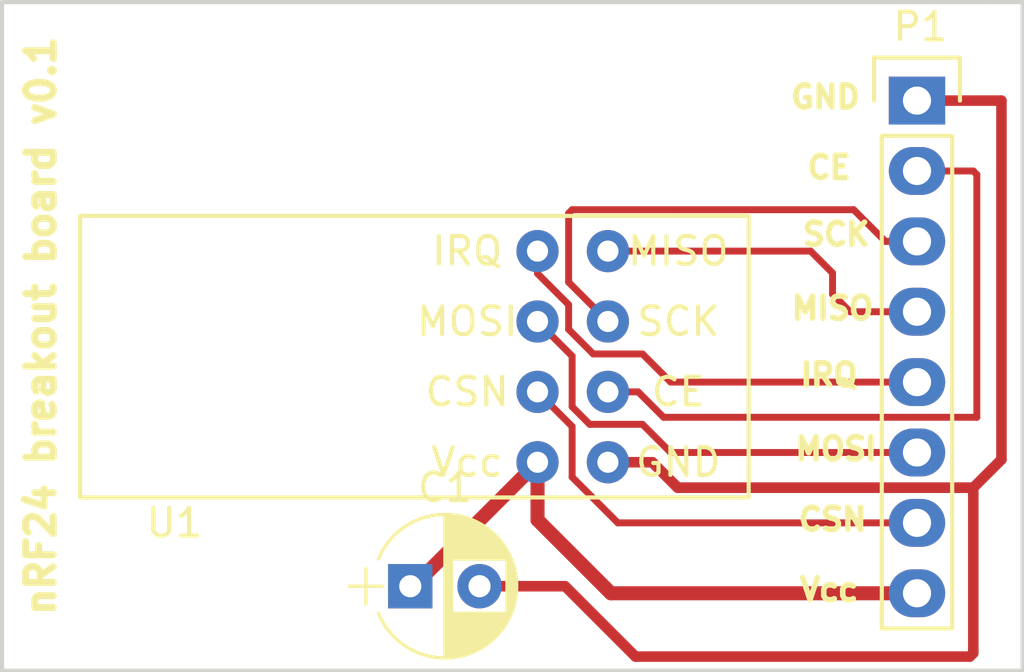
<source format=kicad_pcb>
(kicad_pcb (version 20160815) (host pcbnew "(2017-01-24 revision 0b6147e)-makepkg")

  (general
    (links 10)
    (no_connects 0)
    (area 121.844999 71.044999 158.825001 95.325001)
    (thickness 1.6)
    (drawings 14)
    (tracks 52)
    (zones 0)
    (modules 3)
    (nets 9)
  )

  (page A4)
  (title_block
    (title "nRF24 breakout")
    (date 2017-01-26)
    (rev 0.01)
    (company "Amitesh Singh")
    (comment 1 "breakout pcb")
  )

  (layers
    (0 F.Cu signal)
    (31 B.Cu signal)
    (32 B.Adhes user)
    (33 F.Adhes user)
    (34 B.Paste user)
    (35 F.Paste user)
    (36 B.SilkS user)
    (37 F.SilkS user)
    (38 B.Mask user)
    (39 F.Mask user)
    (40 Dwgs.User user)
    (41 Cmts.User user)
    (42 Eco1.User user)
    (43 Eco2.User user)
    (44 Edge.Cuts user)
    (45 Margin user)
    (46 B.CrtYd user)
    (47 F.CrtYd user)
    (48 B.Fab user)
    (49 F.Fab user)
  )

  (setup
    (last_trace_width 0.25)
    (user_trace_width 0.1524)
    (user_trace_width 0.254)
    (user_trace_width 0.381)
    (user_trace_width 0.508)
    (user_trace_width 0.8128)
    (trace_clearance 0.2)
    (zone_clearance 0.508)
    (zone_45_only no)
    (trace_min 0.1524)
    (segment_width 0.2)
    (edge_width 0.15)
    (via_size 0.8)
    (via_drill 0.4)
    (via_min_size 0.4)
    (via_min_drill 0.3)
    (user_via 0.4826 0.3302)
    (user_via 0.5 0.4)
    (user_via 1.905 0.3)
    (uvia_size 0.3)
    (uvia_drill 0.1)
    (uvias_allowed yes)
    (uvia_min_size 0.2)
    (uvia_min_drill 0.1)
    (pcb_text_width 0.3)
    (pcb_text_size 1.5 1.5)
    (mod_edge_width 0.15)
    (mod_text_size 1 1)
    (mod_text_width 0.15)
    (pad_size 1.524 1.524)
    (pad_drill 0.762)
    (pad_to_mask_clearance 0.2)
    (aux_axis_origin 0 0)
    (visible_elements 7FFFFFFF)
    (pcbplotparams
      (layerselection 0x00030_ffffffff)
      (usegerberextensions false)
      (excludeedgelayer true)
      (linewidth 0.100000)
      (plotframeref false)
      (viasonmask false)
      (mode 1)
      (useauxorigin false)
      (hpglpennumber 1)
      (hpglpenspeed 20)
      (hpglpendiameter 15)
      (psnegative false)
      (psa4output false)
      (plotreference true)
      (plotvalue true)
      (plotinvisibletext false)
      (padsonsilk false)
      (subtractmaskfromsilk false)
      (outputformat 1)
      (mirror false)
      (drillshape 1)
      (scaleselection 1)
      (outputdirectory ""))
  )

  (net 0 "")
  (net 1 "Net-(P1-Pad7)")
  (net 2 "Net-(P1-Pad6)")
  (net 3 "Net-(P1-Pad5)")
  (net 4 "Net-(P1-Pad4)")
  (net 5 "Net-(P1-Pad3)")
  (net 6 "Net-(P1-Pad2)")
  (net 7 "Net-(C1-Pad2)")
  (net 8 "Net-(C1-Pad1)")

  (net_class Default "This is the default net class."
    (clearance 0.2)
    (trace_width 0.25)
    (via_dia 0.8)
    (via_drill 0.4)
    (uvia_dia 0.3)
    (uvia_drill 0.1)
    (add_net "Net-(C1-Pad1)")
    (add_net "Net-(C1-Pad2)")
    (add_net "Net-(P1-Pad2)")
    (add_net "Net-(P1-Pad3)")
    (add_net "Net-(P1-Pad4)")
    (add_net "Net-(P1-Pad5)")
    (add_net "Net-(P1-Pad6)")
    (add_net "Net-(P1-Pad7)")
  )

  (module Capacitors_ThroughHole:CP_Radial_D5.0mm_P2.50mm (layer F.Cu) (tedit 5889A7B9) (tstamp 5889A3ED)
    (at 136.652 92.202)
    (descr "CP, Radial series, Radial, pin pitch=2.50mm, , diameter=5mm, Electrolytic Capacitor")
    (tags "CP Radial series Radial pin pitch 2.50mm  diameter 5mm Electrolytic Capacitor")
    (path /5889A11D)
    (fp_text reference C1 (at 1.25 -3.56) (layer F.SilkS)
      (effects (font (size 1 1) (thickness 0.15)))
    )
    (fp_text value 10uF (at -2.032 -2.54) (layer F.Fab)
      (effects (font (size 1 1) (thickness 0.15)))
    )
    (fp_arc (start 1.25 0) (end -1.147436 -0.98) (angle 135.5) (layer F.SilkS) (width 0.12))
    (fp_arc (start 1.25 0) (end -1.147436 0.98) (angle -135.5) (layer F.SilkS) (width 0.12))
    (fp_arc (start 1.25 0) (end 3.647436 -0.98) (angle 44.5) (layer F.SilkS) (width 0.12))
    (fp_circle (center 1.25 0) (end 3.75 0) (layer F.Fab) (width 0.1))
    (fp_line (start -2.2 0) (end -1 0) (layer F.Fab) (width 0.1))
    (fp_line (start -1.6 -0.65) (end -1.6 0.65) (layer F.Fab) (width 0.1))
    (fp_line (start 1.25 -2.55) (end 1.25 2.55) (layer F.SilkS) (width 0.12))
    (fp_line (start 1.29 -2.55) (end 1.29 2.55) (layer F.SilkS) (width 0.12))
    (fp_line (start 1.33 -2.549) (end 1.33 2.549) (layer F.SilkS) (width 0.12))
    (fp_line (start 1.37 -2.548) (end 1.37 2.548) (layer F.SilkS) (width 0.12))
    (fp_line (start 1.41 -2.546) (end 1.41 2.546) (layer F.SilkS) (width 0.12))
    (fp_line (start 1.45 -2.543) (end 1.45 2.543) (layer F.SilkS) (width 0.12))
    (fp_line (start 1.49 -2.539) (end 1.49 2.539) (layer F.SilkS) (width 0.12))
    (fp_line (start 1.53 -2.535) (end 1.53 -0.98) (layer F.SilkS) (width 0.12))
    (fp_line (start 1.53 0.98) (end 1.53 2.535) (layer F.SilkS) (width 0.12))
    (fp_line (start 1.57 -2.531) (end 1.57 -0.98) (layer F.SilkS) (width 0.12))
    (fp_line (start 1.57 0.98) (end 1.57 2.531) (layer F.SilkS) (width 0.12))
    (fp_line (start 1.61 -2.525) (end 1.61 -0.98) (layer F.SilkS) (width 0.12))
    (fp_line (start 1.61 0.98) (end 1.61 2.525) (layer F.SilkS) (width 0.12))
    (fp_line (start 1.65 -2.519) (end 1.65 -0.98) (layer F.SilkS) (width 0.12))
    (fp_line (start 1.65 0.98) (end 1.65 2.519) (layer F.SilkS) (width 0.12))
    (fp_line (start 1.69 -2.513) (end 1.69 -0.98) (layer F.SilkS) (width 0.12))
    (fp_line (start 1.69 0.98) (end 1.69 2.513) (layer F.SilkS) (width 0.12))
    (fp_line (start 1.73 -2.506) (end 1.73 -0.98) (layer F.SilkS) (width 0.12))
    (fp_line (start 1.73 0.98) (end 1.73 2.506) (layer F.SilkS) (width 0.12))
    (fp_line (start 1.77 -2.498) (end 1.77 -0.98) (layer F.SilkS) (width 0.12))
    (fp_line (start 1.77 0.98) (end 1.77 2.498) (layer F.SilkS) (width 0.12))
    (fp_line (start 1.81 -2.489) (end 1.81 -0.98) (layer F.SilkS) (width 0.12))
    (fp_line (start 1.81 0.98) (end 1.81 2.489) (layer F.SilkS) (width 0.12))
    (fp_line (start 1.85 -2.48) (end 1.85 -0.98) (layer F.SilkS) (width 0.12))
    (fp_line (start 1.85 0.98) (end 1.85 2.48) (layer F.SilkS) (width 0.12))
    (fp_line (start 1.89 -2.47) (end 1.89 -0.98) (layer F.SilkS) (width 0.12))
    (fp_line (start 1.89 0.98) (end 1.89 2.47) (layer F.SilkS) (width 0.12))
    (fp_line (start 1.93 -2.46) (end 1.93 -0.98) (layer F.SilkS) (width 0.12))
    (fp_line (start 1.93 0.98) (end 1.93 2.46) (layer F.SilkS) (width 0.12))
    (fp_line (start 1.971 -2.448) (end 1.971 -0.98) (layer F.SilkS) (width 0.12))
    (fp_line (start 1.971 0.98) (end 1.971 2.448) (layer F.SilkS) (width 0.12))
    (fp_line (start 2.011 -2.436) (end 2.011 -0.98) (layer F.SilkS) (width 0.12))
    (fp_line (start 2.011 0.98) (end 2.011 2.436) (layer F.SilkS) (width 0.12))
    (fp_line (start 2.051 -2.424) (end 2.051 -0.98) (layer F.SilkS) (width 0.12))
    (fp_line (start 2.051 0.98) (end 2.051 2.424) (layer F.SilkS) (width 0.12))
    (fp_line (start 2.091 -2.41) (end 2.091 -0.98) (layer F.SilkS) (width 0.12))
    (fp_line (start 2.091 0.98) (end 2.091 2.41) (layer F.SilkS) (width 0.12))
    (fp_line (start 2.131 -2.396) (end 2.131 -0.98) (layer F.SilkS) (width 0.12))
    (fp_line (start 2.131 0.98) (end 2.131 2.396) (layer F.SilkS) (width 0.12))
    (fp_line (start 2.171 -2.382) (end 2.171 -0.98) (layer F.SilkS) (width 0.12))
    (fp_line (start 2.171 0.98) (end 2.171 2.382) (layer F.SilkS) (width 0.12))
    (fp_line (start 2.211 -2.366) (end 2.211 -0.98) (layer F.SilkS) (width 0.12))
    (fp_line (start 2.211 0.98) (end 2.211 2.366) (layer F.SilkS) (width 0.12))
    (fp_line (start 2.251 -2.35) (end 2.251 -0.98) (layer F.SilkS) (width 0.12))
    (fp_line (start 2.251 0.98) (end 2.251 2.35) (layer F.SilkS) (width 0.12))
    (fp_line (start 2.291 -2.333) (end 2.291 -0.98) (layer F.SilkS) (width 0.12))
    (fp_line (start 2.291 0.98) (end 2.291 2.333) (layer F.SilkS) (width 0.12))
    (fp_line (start 2.331 -2.315) (end 2.331 -0.98) (layer F.SilkS) (width 0.12))
    (fp_line (start 2.331 0.98) (end 2.331 2.315) (layer F.SilkS) (width 0.12))
    (fp_line (start 2.371 -2.296) (end 2.371 -0.98) (layer F.SilkS) (width 0.12))
    (fp_line (start 2.371 0.98) (end 2.371 2.296) (layer F.SilkS) (width 0.12))
    (fp_line (start 2.411 -2.276) (end 2.411 -0.98) (layer F.SilkS) (width 0.12))
    (fp_line (start 2.411 0.98) (end 2.411 2.276) (layer F.SilkS) (width 0.12))
    (fp_line (start 2.451 -2.256) (end 2.451 -0.98) (layer F.SilkS) (width 0.12))
    (fp_line (start 2.451 0.98) (end 2.451 2.256) (layer F.SilkS) (width 0.12))
    (fp_line (start 2.491 -2.234) (end 2.491 -0.98) (layer F.SilkS) (width 0.12))
    (fp_line (start 2.491 0.98) (end 2.491 2.234) (layer F.SilkS) (width 0.12))
    (fp_line (start 2.531 -2.212) (end 2.531 -0.98) (layer F.SilkS) (width 0.12))
    (fp_line (start 2.531 0.98) (end 2.531 2.212) (layer F.SilkS) (width 0.12))
    (fp_line (start 2.571 -2.189) (end 2.571 -0.98) (layer F.SilkS) (width 0.12))
    (fp_line (start 2.571 0.98) (end 2.571 2.189) (layer F.SilkS) (width 0.12))
    (fp_line (start 2.611 -2.165) (end 2.611 -0.98) (layer F.SilkS) (width 0.12))
    (fp_line (start 2.611 0.98) (end 2.611 2.165) (layer F.SilkS) (width 0.12))
    (fp_line (start 2.651 -2.14) (end 2.651 -0.98) (layer F.SilkS) (width 0.12))
    (fp_line (start 2.651 0.98) (end 2.651 2.14) (layer F.SilkS) (width 0.12))
    (fp_line (start 2.691 -2.113) (end 2.691 -0.98) (layer F.SilkS) (width 0.12))
    (fp_line (start 2.691 0.98) (end 2.691 2.113) (layer F.SilkS) (width 0.12))
    (fp_line (start 2.731 -2.086) (end 2.731 -0.98) (layer F.SilkS) (width 0.12))
    (fp_line (start 2.731 0.98) (end 2.731 2.086) (layer F.SilkS) (width 0.12))
    (fp_line (start 2.771 -2.058) (end 2.771 -0.98) (layer F.SilkS) (width 0.12))
    (fp_line (start 2.771 0.98) (end 2.771 2.058) (layer F.SilkS) (width 0.12))
    (fp_line (start 2.811 -2.028) (end 2.811 -0.98) (layer F.SilkS) (width 0.12))
    (fp_line (start 2.811 0.98) (end 2.811 2.028) (layer F.SilkS) (width 0.12))
    (fp_line (start 2.851 -1.997) (end 2.851 -0.98) (layer F.SilkS) (width 0.12))
    (fp_line (start 2.851 0.98) (end 2.851 1.997) (layer F.SilkS) (width 0.12))
    (fp_line (start 2.891 -1.965) (end 2.891 -0.98) (layer F.SilkS) (width 0.12))
    (fp_line (start 2.891 0.98) (end 2.891 1.965) (layer F.SilkS) (width 0.12))
    (fp_line (start 2.931 -1.932) (end 2.931 -0.98) (layer F.SilkS) (width 0.12))
    (fp_line (start 2.931 0.98) (end 2.931 1.932) (layer F.SilkS) (width 0.12))
    (fp_line (start 2.971 -1.897) (end 2.971 -0.98) (layer F.SilkS) (width 0.12))
    (fp_line (start 2.971 0.98) (end 2.971 1.897) (layer F.SilkS) (width 0.12))
    (fp_line (start 3.011 -1.861) (end 3.011 -0.98) (layer F.SilkS) (width 0.12))
    (fp_line (start 3.011 0.98) (end 3.011 1.861) (layer F.SilkS) (width 0.12))
    (fp_line (start 3.051 -1.823) (end 3.051 -0.98) (layer F.SilkS) (width 0.12))
    (fp_line (start 3.051 0.98) (end 3.051 1.823) (layer F.SilkS) (width 0.12))
    (fp_line (start 3.091 -1.783) (end 3.091 -0.98) (layer F.SilkS) (width 0.12))
    (fp_line (start 3.091 0.98) (end 3.091 1.783) (layer F.SilkS) (width 0.12))
    (fp_line (start 3.131 -1.742) (end 3.131 -0.98) (layer F.SilkS) (width 0.12))
    (fp_line (start 3.131 0.98) (end 3.131 1.742) (layer F.SilkS) (width 0.12))
    (fp_line (start 3.171 -1.699) (end 3.171 -0.98) (layer F.SilkS) (width 0.12))
    (fp_line (start 3.171 0.98) (end 3.171 1.699) (layer F.SilkS) (width 0.12))
    (fp_line (start 3.211 -1.654) (end 3.211 -0.98) (layer F.SilkS) (width 0.12))
    (fp_line (start 3.211 0.98) (end 3.211 1.654) (layer F.SilkS) (width 0.12))
    (fp_line (start 3.251 -1.606) (end 3.251 -0.98) (layer F.SilkS) (width 0.12))
    (fp_line (start 3.251 0.98) (end 3.251 1.606) (layer F.SilkS) (width 0.12))
    (fp_line (start 3.291 -1.556) (end 3.291 -0.98) (layer F.SilkS) (width 0.12))
    (fp_line (start 3.291 0.98) (end 3.291 1.556) (layer F.SilkS) (width 0.12))
    (fp_line (start 3.331 -1.504) (end 3.331 -0.98) (layer F.SilkS) (width 0.12))
    (fp_line (start 3.331 0.98) (end 3.331 1.504) (layer F.SilkS) (width 0.12))
    (fp_line (start 3.371 -1.448) (end 3.371 -0.98) (layer F.SilkS) (width 0.12))
    (fp_line (start 3.371 0.98) (end 3.371 1.448) (layer F.SilkS) (width 0.12))
    (fp_line (start 3.411 -1.39) (end 3.411 -0.98) (layer F.SilkS) (width 0.12))
    (fp_line (start 3.411 0.98) (end 3.411 1.39) (layer F.SilkS) (width 0.12))
    (fp_line (start 3.451 -1.327) (end 3.451 -0.98) (layer F.SilkS) (width 0.12))
    (fp_line (start 3.451 0.98) (end 3.451 1.327) (layer F.SilkS) (width 0.12))
    (fp_line (start 3.491 -1.261) (end 3.491 1.261) (layer F.SilkS) (width 0.12))
    (fp_line (start 3.531 -1.189) (end 3.531 1.189) (layer F.SilkS) (width 0.12))
    (fp_line (start 3.571 -1.112) (end 3.571 1.112) (layer F.SilkS) (width 0.12))
    (fp_line (start 3.611 -1.028) (end 3.611 1.028) (layer F.SilkS) (width 0.12))
    (fp_line (start 3.651 -0.934) (end 3.651 0.934) (layer F.SilkS) (width 0.12))
    (fp_line (start 3.691 -0.829) (end 3.691 0.829) (layer F.SilkS) (width 0.12))
    (fp_line (start 3.731 -0.707) (end 3.731 0.707) (layer F.SilkS) (width 0.12))
    (fp_line (start 3.771 -0.559) (end 3.771 0.559) (layer F.SilkS) (width 0.12))
    (fp_line (start 3.811 -0.354) (end 3.811 0.354) (layer F.SilkS) (width 0.12))
    (fp_line (start -2.2 0) (end -1 0) (layer F.SilkS) (width 0.12))
    (fp_line (start -1.6 -0.65) (end -1.6 0.65) (layer F.SilkS) (width 0.12))
    (fp_line (start -1.6 -2.85) (end -1.6 2.85) (layer F.CrtYd) (width 0.05))
    (fp_line (start -1.6 2.85) (end 4.1 2.85) (layer F.CrtYd) (width 0.05))
    (fp_line (start 4.1 2.85) (end 4.1 -2.85) (layer F.CrtYd) (width 0.05))
    (fp_line (start 4.1 -2.85) (end -1.6 -2.85) (layer F.CrtYd) (width 0.05))
    (pad 1 thru_hole rect (at 0 0) (size 1.6 1.6) (drill 0.8) (layers *.Cu *.Mask)
      (net 8 "Net-(C1-Pad1)"))
    (pad 2 thru_hole circle (at 2.5 0) (size 1.6 1.6) (drill 0.8) (layers *.Cu *.Mask)
      (net 7 "Net-(C1-Pad2)"))
    (model Capacitors_ThroughHole.3dshapes/CP_Radial_D5.0mm_P2.50mm.wrl
      (at (xyz 0 0 0))
      (scale (xyz 0.393701 0.393701 0.393701))
      (rotate (xyz 0 0 0))
    )
  )

  (module Socket_Strips:Socket_Strip_Straight_1x08 (layer F.Cu) (tedit 58899AB5) (tstamp 588996C6)
    (at 154.94 74.676 270)
    (descr "Through hole socket strip")
    (tags "socket strip")
    (path /58897F0F)
    (fp_text reference P1 (at -2.667 -0.127) (layer F.SilkS)
      (effects (font (size 1 1) (thickness 0.15)))
    )
    (fp_text value CONN_01X08 (at -3.048 0) (layer F.Fab) hide
      (effects (font (size 1 1) (thickness 0.15)))
    )
    (fp_line (start -1.55 -1.55) (end -1.55 1.55) (layer F.SilkS) (width 0.15))
    (fp_line (start 0 -1.55) (end -1.55 -1.55) (layer F.SilkS) (width 0.15))
    (fp_line (start 1.27 1.27) (end 1.27 -1.27) (layer F.SilkS) (width 0.15))
    (fp_line (start -1.55 1.55) (end 0 1.55) (layer F.SilkS) (width 0.15))
    (fp_line (start 19.05 -1.27) (end 1.27 -1.27) (layer F.SilkS) (width 0.15))
    (fp_line (start 19.05 1.27) (end 19.05 -1.27) (layer F.SilkS) (width 0.15))
    (fp_line (start 1.27 1.27) (end 19.05 1.27) (layer F.SilkS) (width 0.15))
    (fp_line (start -1.75 1.75) (end 19.55 1.75) (layer F.CrtYd) (width 0.05))
    (fp_line (start -1.75 -1.75) (end 19.55 -1.75) (layer F.CrtYd) (width 0.05))
    (fp_line (start 19.55 -1.75) (end 19.55 1.75) (layer F.CrtYd) (width 0.05))
    (fp_line (start -1.75 -1.75) (end -1.75 1.75) (layer F.CrtYd) (width 0.05))
    (pad 8 thru_hole oval (at 17.78 0 270) (size 1.7272 2.032) (drill 1.016) (layers *.Cu *.Mask)
      (net 8 "Net-(C1-Pad1)"))
    (pad 7 thru_hole oval (at 15.24 0 270) (size 1.7272 2.032) (drill 1.016) (layers *.Cu *.Mask)
      (net 1 "Net-(P1-Pad7)"))
    (pad 6 thru_hole oval (at 12.7 0 270) (size 1.7272 2.032) (drill 1.016) (layers *.Cu *.Mask)
      (net 2 "Net-(P1-Pad6)"))
    (pad 5 thru_hole oval (at 10.16 0 270) (size 1.7272 2.032) (drill 1.016) (layers *.Cu *.Mask)
      (net 3 "Net-(P1-Pad5)"))
    (pad 4 thru_hole oval (at 7.62 0 270) (size 1.7272 2.032) (drill 1.016) (layers *.Cu *.Mask)
      (net 4 "Net-(P1-Pad4)"))
    (pad 3 thru_hole oval (at 5.08 0 270) (size 1.7272 2.032) (drill 1.016) (layers *.Cu *.Mask)
      (net 5 "Net-(P1-Pad3)"))
    (pad 2 thru_hole oval (at 2.54 0 270) (size 1.7272 2.032) (drill 1.016) (layers *.Cu *.Mask)
      (net 6 "Net-(P1-Pad2)"))
    (pad 1 thru_hole rect (at 0 0 270) (size 1.7272 2.032) (drill 1.016) (layers *.Cu *.Mask)
      (net 7 "Net-(C1-Pad2)"))
    (model Socket_Strips.3dshapes/Socket_Strip_Straight_1x08.wrl
      (at (xyz 0.35 0 0))
      (scale (xyz 1 1 1))
      (rotate (xyz 0 0 180))
    )
  )

  (module nRF24_footprints:nRF24 (layer F.Cu) (tedit 5889A7C2) (tstamp 588996DF)
    (at 133.625001 77.568)
    (path /5889867E)
    (fp_text reference U1 (at -5.482001 12.348) (layer F.SilkS)
      (effects (font (size 1 1) (thickness 0.15)))
    )
    (fp_text value nRF24 (at -5.08 6.35) (layer F.Fab)
      (effects (font (size 1 1) (thickness 0.15)))
    )
    (fp_line (start -8.89 1.27) (end -8.89 11.43) (layer F.SilkS) (width 0.15))
    (fp_line (start 12.7 1.27) (end -8.89 1.27) (layer F.SilkS) (width 0.15))
    (fp_text user GND (at 12.7 10.16) (layer F.SilkS)
      (effects (font (size 1 1) (thickness 0.15)))
    )
    (fp_text user CE (at 12.7 7.62) (layer F.SilkS)
      (effects (font (size 1 1) (thickness 0.15)))
    )
    (fp_text user MISO (at 12.7 2.54) (layer F.SilkS)
      (effects (font (size 1 1) (thickness 0.15)))
    )
    (fp_text user SCK (at 12.7 5.08) (layer F.SilkS)
      (effects (font (size 1 1) (thickness 0.15)))
    )
    (fp_text user Vcc (at 5.08 10.16) (layer F.SilkS)
      (effects (font (size 1 1) (thickness 0.15)))
    )
    (fp_text user CSN (at 5.08 7.62) (layer F.SilkS)
      (effects (font (size 1 1) (thickness 0.15)))
    )
    (fp_text user MOSI (at 5.08 5.08) (layer F.SilkS)
      (effects (font (size 1 1) (thickness 0.15)))
    )
    (fp_text user IRQ (at 5.08 2.54) (layer F.SilkS)
      (effects (font (size 1 1) (thickness 0.15)))
    )
    (fp_line (start 15.24 1.27) (end 12.7 1.27) (layer F.SilkS) (width 0.15))
    (fp_line (start 15.24 11.43) (end 15.24 1.27) (layer F.SilkS) (width 0.15))
    (fp_line (start -8.89 11.43) (end 15.24 11.43) (layer F.SilkS) (width 0.15))
    (pad 7 thru_hole circle (at 7.62 10.16) (size 1.524 1.524) (drill 0.762) (layers *.Cu *.Mask)
      (net 8 "Net-(C1-Pad1)"))
    (pad 6 thru_hole circle (at 7.62 7.62) (size 1.524 1.524) (drill 0.762) (layers *.Cu *.Mask)
      (net 1 "Net-(P1-Pad7)"))
    (pad 5 thru_hole circle (at 7.62 5.08) (size 1.524 1.524) (drill 0.762) (layers *.Cu *.Mask)
      (net 2 "Net-(P1-Pad6)"))
    (pad 4 thru_hole circle (at 7.62 2.54) (size 1.524 1.524) (drill 0.762) (layers *.Cu *.Mask)
      (net 3 "Net-(P1-Pad5)"))
    (pad 3 thru_hole circle (at 10.16 2.54) (size 1.524 1.524) (drill 0.762) (layers *.Cu *.Mask)
      (net 4 "Net-(P1-Pad4)"))
    (pad 2 thru_hole circle (at 10.16 5.08) (size 1.524 1.524) (drill 0.762) (layers *.Cu *.Mask)
      (net 5 "Net-(P1-Pad3)"))
    (pad 1 thru_hole circle (at 10.16 7.62) (size 1.524 1.524) (drill 0.762) (layers *.Cu *.Mask)
      (net 6 "Net-(P1-Pad2)"))
    (pad 0 thru_hole circle (at 10.16 10.16) (size 1.524 1.524) (drill 0.762) (layers *.Cu *.Mask)
      (net 7 "Net-(C1-Pad2)"))
  )

  (gr_line (start 121.92 95.25) (end 158.75 95.25) (angle 90) (layer Edge.Cuts) (width 0.15))
  (gr_text "nRF24 breakout board v0.1" (at 123.317 82.804 90) (layer F.SilkS)
    (effects (font (size 1 1) (thickness 0.25)))
  )
  (gr_text GND (at 151.638 74.549) (layer F.SilkS) (tstamp 58899B92)
    (effects (font (size 0.8 0.8) (thickness 0.2)))
  )
  (gr_text CE (at 151.765 77.089) (layer F.SilkS) (tstamp 58899B8F)
    (effects (font (size 0.8 0.8) (thickness 0.2)))
  )
  (gr_text SCK (at 152.019 79.502) (layer F.SilkS) (tstamp 58899B8A)
    (effects (font (size 0.8 0.8) (thickness 0.2)))
  )
  (gr_text MISO (at 151.892 82.169) (layer F.SilkS) (tstamp 58899B86)
    (effects (font (size 0.8 0.8) (thickness 0.2)))
  )
  (gr_text IRQ (at 151.765 84.582) (layer F.SilkS) (tstamp 58899B80)
    (effects (font (size 0.8 0.8) (thickness 0.2)))
  )
  (gr_text MOSI (at 152.019 87.249) (layer F.SilkS) (tstamp 58899B7B)
    (effects (font (size 0.8 0.8) (thickness 0.2)))
  )
  (gr_text CSN (at 151.892 89.789) (layer F.SilkS) (tstamp 58899B75)
    (effects (font (size 0.8 0.8) (thickness 0.2)))
  )
  (gr_text Vcc (at 151.765 92.329) (layer F.SilkS)
    (effects (font (size 0.8 0.8) (thickness 0.2)))
  )
  (gr_line (start 158.75 71.12) (end 157.48 71.12) (angle 90) (layer Edge.Cuts) (width 0.15))
  (gr_line (start 158.75 95.25) (end 158.75 71.12) (angle 90) (layer Edge.Cuts) (width 0.15))
  (gr_line (start 121.92 71.12) (end 121.92 95.25) (angle 90) (layer Edge.Cuts) (width 0.15))
  (gr_line (start 157.48 71.12) (end 121.92 71.12) (angle 90) (layer Edge.Cuts) (width 0.15))

  (segment (start 154.94 89.916) (end 144.145 89.916) (width 0.25) (layer F.Cu) (net 1))
  (segment (start 142.494 86.436999) (end 141.245001 85.188) (width 0.25) (layer F.Cu) (net 1) (tstamp 58899966))
  (segment (start 142.494 88.265) (end 142.494 86.436999) (width 0.25) (layer F.Cu) (net 1) (tstamp 58899964))
  (segment (start 144.145 89.916) (end 142.494 88.265) (width 0.25) (layer F.Cu) (net 1) (tstamp 58899962))
  (segment (start 154.94 87.376) (end 146.05 87.376) (width 0.25) (layer F.Cu) (net 2))
  (segment (start 142.494 83.896999) (end 141.245001 82.648) (width 0.25) (layer F.Cu) (net 2) (tstamp 5889996F))
  (segment (start 142.494 85.725) (end 142.494 83.896999) (width 0.25) (layer F.Cu) (net 2) (tstamp 5889996E))
  (segment (start 143.129 86.36) (end 142.494 85.725) (width 0.25) (layer F.Cu) (net 2) (tstamp 5889996D))
  (segment (start 145.034 86.36) (end 143.129 86.36) (width 0.25) (layer F.Cu) (net 2) (tstamp 5889996B))
  (segment (start 146.05 87.376) (end 145.034 86.36) (width 0.25) (layer F.Cu) (net 2) (tstamp 5889996A))
  (segment (start 154.94 84.836) (end 146.05 84.836) (width 0.25) (layer F.Cu) (net 3))
  (segment (start 141.245001 80.920001) (end 141.245001 80.108) (width 0.25) (layer F.Cu) (net 3) (tstamp 58899979))
  (segment (start 142.367 82.042) (end 141.245001 80.920001) (width 0.25) (layer F.Cu) (net 3) (tstamp 58899978))
  (segment (start 142.367 82.931) (end 142.367 82.042) (width 0.25) (layer F.Cu) (net 3) (tstamp 58899977))
  (segment (start 143.256 83.82) (end 142.367 82.931) (width 0.25) (layer F.Cu) (net 3) (tstamp 58899976))
  (segment (start 145.034 83.82) (end 143.256 83.82) (width 0.25) (layer F.Cu) (net 3) (tstamp 58899974))
  (segment (start 146.05 84.836) (end 145.034 83.82) (width 0.25) (layer F.Cu) (net 3) (tstamp 58899973))
  (segment (start 154.94 82.296) (end 152.527 82.296) (width 0.25) (layer F.Cu) (net 4))
  (segment (start 151.101 80.108) (end 143.785001 80.108) (width 0.25) (layer F.Cu) (net 4) (tstamp 5889984A))
  (segment (start 151.892 80.899) (end 151.101 80.108) (width 0.25) (layer F.Cu) (net 4) (tstamp 58899849))
  (segment (start 151.892 81.661) (end 151.892 80.899) (width 0.25) (layer F.Cu) (net 4) (tstamp 58899848))
  (segment (start 152.527 82.296) (end 151.892 81.661) (width 0.25) (layer F.Cu) (net 4) (tstamp 58899847))
  (segment (start 154.94 79.756) (end 153.797 79.756) (width 0.25) (layer F.Cu) (net 5))
  (segment (start 142.367 81.229999) (end 143.785001 82.648) (width 0.25) (layer F.Cu) (net 5) (tstamp 58899944))
  (segment (start 142.367 78.74) (end 142.367 81.229999) (width 0.25) (layer F.Cu) (net 5) (tstamp 58899943))
  (segment (start 142.494 78.613) (end 142.367 78.74) (width 0.25) (layer F.Cu) (net 5) (tstamp 58899942))
  (segment (start 152.654 78.613) (end 142.494 78.613) (width 0.25) (layer F.Cu) (net 5) (tstamp 58899940))
  (segment (start 153.797 79.756) (end 152.654 78.613) (width 0.25) (layer F.Cu) (net 5) (tstamp 5889993E))
  (segment (start 154.94 77.216) (end 156.972 77.216) (width 0.25) (layer F.Cu) (net 6) (status 400000))
  (segment (start 144.878 85.188) (end 143.785001 85.188) (width 0.25) (layer F.Cu) (net 6) (tstamp 5889ECB1) (status 800000))
  (segment (start 145.796 86.106) (end 144.878 85.188) (width 0.25) (layer F.Cu) (net 6) (tstamp 5889ECA8))
  (segment (start 157.099 86.106) (end 145.796 86.106) (width 0.25) (layer F.Cu) (net 6) (tstamp 5889ECA6))
  (segment (start 157.099 77.343) (end 157.099 86.106) (width 0.25) (layer F.Cu) (net 6) (tstamp 5889EC99))
  (segment (start 156.972 77.216) (end 157.099 77.343) (width 0.25) (layer F.Cu) (net 6) (tstamp 5889EC93))
  (segment (start 143.785001 87.728) (end 145.386 87.728) (width 0.381) (layer F.Cu) (net 7) (status 400000))
  (segment (start 145.386 87.728) (end 146.304 88.646) (width 0.381) (layer F.Cu) (net 7) (tstamp 5889EC5F))
  (segment (start 146.304 88.646) (end 156.972 88.646) (width 0.381) (layer F.Cu) (net 7) (tstamp 5889EC68))
  (segment (start 156.972 88.646) (end 157.988 87.63) (width 0.381) (layer F.Cu) (net 7) (tstamp 5889EC6A))
  (segment (start 157.988 87.63) (end 157.988 74.676) (width 0.381) (layer F.Cu) (net 7) (tstamp 5889EC6B))
  (segment (start 157.988 74.676) (end 154.94 74.676) (width 0.381) (layer F.Cu) (net 7) (tstamp 5889EC74) (status 800000))
  (segment (start 156.972 88.646) (end 146.304 88.646) (width 0.381) (layer F.Cu) (net 7))
  (segment (start 146.304 88.646) (end 145.386 87.728) (width 0.381) (layer F.Cu) (net 7) (tstamp 5889D4F5))
  (segment (start 139.152 92.202) (end 142.24 92.202) (width 0.381) (layer F.Cu) (net 7))
  (segment (start 156.972 94.615) (end 156.972 88.646) (width 0.381) (layer F.Cu) (net 7) (tstamp 5889A92B))
  (segment (start 156.845 94.742) (end 156.972 94.615) (width 0.381) (layer F.Cu) (net 7) (tstamp 5889A92A))
  (segment (start 144.78 94.742) (end 156.845 94.742) (width 0.381) (layer F.Cu) (net 7) (tstamp 5889A922))
  (segment (start 142.24 92.202) (end 144.78 94.742) (width 0.381) (layer F.Cu) (net 7) (tstamp 5889A916))
  (segment (start 136.652 92.202) (end 136.771001 92.202) (width 0.25) (layer F.Cu) (net 8))
  (segment (start 136.771001 92.202) (end 141.245001 87.728) (width 0.508) (layer F.Cu) (net 8) (tstamp 5889A93C))
  (segment (start 154.94 92.456) (end 143.891 92.456) (width 0.508) (layer F.Cu) (net 8))
  (segment (start 143.891 92.456) (end 141.245001 89.810001) (width 0.508) (layer F.Cu) (net 8) (tstamp 58899A4C))
  (segment (start 141.245001 89.810001) (end 141.245001 87.728) (width 0.508) (layer F.Cu) (net 8) (tstamp 58899A58))

)

</source>
